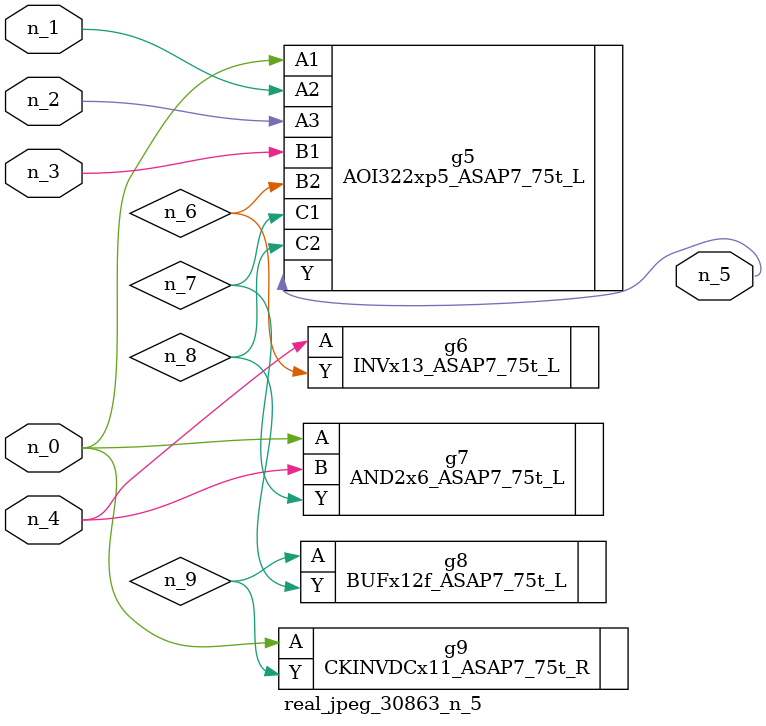
<source format=v>
module real_jpeg_30863_n_5 (n_4, n_0, n_1, n_2, n_3, n_5);

input n_4;
input n_0;
input n_1;
input n_2;
input n_3;

output n_5;

wire n_8;
wire n_6;
wire n_7;
wire n_9;

AOI322xp5_ASAP7_75t_L g5 ( 
.A1(n_0),
.A2(n_1),
.A3(n_2),
.B1(n_3),
.B2(n_6),
.C1(n_7),
.C2(n_8),
.Y(n_5)
);

AND2x6_ASAP7_75t_L g7 ( 
.A(n_0),
.B(n_4),
.Y(n_7)
);

CKINVDCx11_ASAP7_75t_R g9 ( 
.A(n_0),
.Y(n_9)
);

INVx13_ASAP7_75t_L g6 ( 
.A(n_4),
.Y(n_6)
);

BUFx12f_ASAP7_75t_L g8 ( 
.A(n_9),
.Y(n_8)
);


endmodule
</source>
